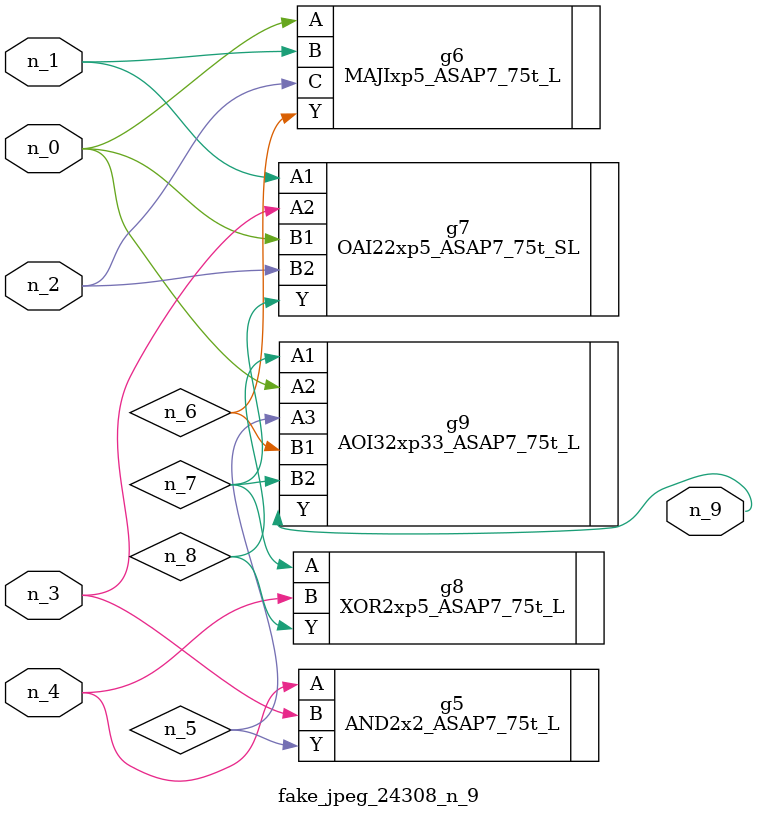
<source format=v>
module fake_jpeg_24308_n_9 (n_3, n_2, n_1, n_0, n_4, n_9);

input n_3;
input n_2;
input n_1;
input n_0;
input n_4;

output n_9;

wire n_8;
wire n_6;
wire n_5;
wire n_7;

AND2x2_ASAP7_75t_L g5 ( 
.A(n_4),
.B(n_3),
.Y(n_5)
);

MAJIxp5_ASAP7_75t_L g6 ( 
.A(n_0),
.B(n_1),
.C(n_2),
.Y(n_6)
);

OAI22xp5_ASAP7_75t_SL g7 ( 
.A1(n_1),
.A2(n_3),
.B1(n_0),
.B2(n_2),
.Y(n_7)
);

XOR2xp5_ASAP7_75t_L g8 ( 
.A(n_7),
.B(n_4),
.Y(n_8)
);

AOI32xp33_ASAP7_75t_L g9 ( 
.A1(n_8),
.A2(n_0),
.A3(n_5),
.B1(n_6),
.B2(n_7),
.Y(n_9)
);


endmodule
</source>
